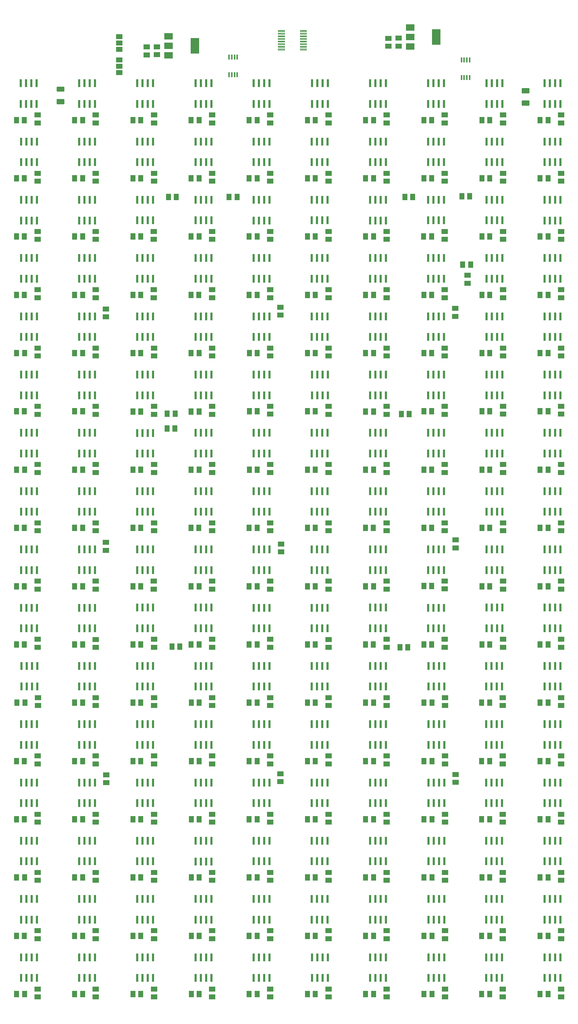
<source format=gbp>
G75*
%MOIN*%
%OFA0B0*%
%FSLAX25Y25*%
%IPPOS*%
%LPD*%
%AMOC8*
5,1,8,0,0,1.08239X$1,22.5*
%
%ADD10R,0.02100X0.07800*%
%ADD11R,0.05118X0.06299*%
%ADD12R,0.05906X0.05118*%
%ADD13R,0.01811X0.04921*%
%ADD14C,0.00404*%
%ADD15R,0.06300X0.04600*%
%ADD16R,0.05118X0.05906*%
%ADD17R,0.07900X0.05900*%
%ADD18R,0.07900X0.15000*%
%ADD19C,0.01181*%
D10*
X0043765Y0086685D03*
X0048765Y0086685D03*
X0053765Y0086685D03*
X0058765Y0086685D03*
X0058765Y0106185D03*
X0053765Y0106185D03*
X0048765Y0106185D03*
X0043765Y0106185D03*
X0043745Y0141820D03*
X0048745Y0141820D03*
X0053745Y0141820D03*
X0058745Y0141820D03*
X0058745Y0161320D03*
X0053745Y0161320D03*
X0048745Y0161320D03*
X0043745Y0161320D03*
X0043750Y0196920D03*
X0048750Y0196920D03*
X0053750Y0196920D03*
X0058750Y0196920D03*
X0058750Y0216420D03*
X0053750Y0216420D03*
X0048750Y0216420D03*
X0043750Y0216420D03*
X0043745Y0252025D03*
X0048745Y0252025D03*
X0053745Y0252025D03*
X0058745Y0252025D03*
X0058745Y0271525D03*
X0053745Y0271525D03*
X0048745Y0271525D03*
X0043745Y0271525D03*
X0043745Y0307145D03*
X0048745Y0307145D03*
X0053745Y0307145D03*
X0058745Y0307145D03*
X0058745Y0326645D03*
X0053745Y0326645D03*
X0048745Y0326645D03*
X0043745Y0326645D03*
X0044100Y0362250D03*
X0049100Y0362250D03*
X0054100Y0362250D03*
X0059100Y0362250D03*
X0059100Y0381750D03*
X0054100Y0381750D03*
X0049100Y0381750D03*
X0044100Y0381750D03*
X0043745Y0417370D03*
X0048745Y0417370D03*
X0053745Y0417370D03*
X0058745Y0417370D03*
X0058745Y0436870D03*
X0053745Y0436870D03*
X0048745Y0436870D03*
X0043745Y0436870D03*
X0043745Y0472485D03*
X0048745Y0472485D03*
X0053745Y0472485D03*
X0058745Y0472485D03*
X0058745Y0491985D03*
X0053745Y0491985D03*
X0048745Y0491985D03*
X0043745Y0491985D03*
X0043740Y0527600D03*
X0048740Y0527600D03*
X0053740Y0527600D03*
X0058740Y0527600D03*
X0058740Y0547100D03*
X0053740Y0547100D03*
X0048740Y0547100D03*
X0043740Y0547100D03*
X0043750Y0582730D03*
X0048750Y0582730D03*
X0053750Y0582730D03*
X0058750Y0582730D03*
X0058750Y0602230D03*
X0053750Y0602230D03*
X0048750Y0602230D03*
X0043750Y0602230D03*
X0043745Y0637845D03*
X0048745Y0637845D03*
X0053745Y0637845D03*
X0058745Y0637845D03*
X0058745Y0657345D03*
X0053745Y0657345D03*
X0048745Y0657345D03*
X0043745Y0657345D03*
X0043760Y0692965D03*
X0048760Y0692965D03*
X0053760Y0692965D03*
X0058760Y0692965D03*
X0058760Y0712465D03*
X0053760Y0712465D03*
X0048760Y0712465D03*
X0043760Y0712465D03*
X0043745Y0748075D03*
X0048745Y0748075D03*
X0053745Y0748075D03*
X0058745Y0748075D03*
X0058745Y0767575D03*
X0053745Y0767575D03*
X0048745Y0767575D03*
X0043745Y0767575D03*
X0043745Y0803185D03*
X0048745Y0803185D03*
X0053745Y0803185D03*
X0058745Y0803185D03*
X0058745Y0822685D03*
X0053745Y0822685D03*
X0048745Y0822685D03*
X0043745Y0822685D03*
X0043695Y0858245D03*
X0048695Y0858245D03*
X0053695Y0858245D03*
X0058695Y0858245D03*
X0058695Y0877745D03*
X0053695Y0877745D03*
X0048695Y0877745D03*
X0043695Y0877745D03*
X0043665Y0913425D03*
X0048665Y0913425D03*
X0053665Y0913425D03*
X0058665Y0913425D03*
X0058665Y0932925D03*
X0053665Y0932925D03*
X0048665Y0932925D03*
X0043665Y0932925D03*
X0098835Y0932930D03*
X0103835Y0932930D03*
X0108835Y0932930D03*
X0113835Y0932930D03*
X0113835Y0913430D03*
X0108835Y0913430D03*
X0103835Y0913430D03*
X0098835Y0913430D03*
X0098860Y0877825D03*
X0103860Y0877825D03*
X0108860Y0877825D03*
X0113860Y0877825D03*
X0113860Y0858325D03*
X0108860Y0858325D03*
X0103860Y0858325D03*
X0098860Y0858325D03*
X0098890Y0822705D03*
X0103890Y0822705D03*
X0108890Y0822705D03*
X0113890Y0822705D03*
X0113890Y0803205D03*
X0108890Y0803205D03*
X0103890Y0803205D03*
X0098890Y0803205D03*
X0098835Y0767615D03*
X0103835Y0767615D03*
X0108835Y0767615D03*
X0113835Y0767615D03*
X0113835Y0748115D03*
X0108835Y0748115D03*
X0103835Y0748115D03*
X0098835Y0748115D03*
X0098865Y0712460D03*
X0103865Y0712460D03*
X0108865Y0712460D03*
X0113865Y0712460D03*
X0113865Y0692960D03*
X0108865Y0692960D03*
X0103865Y0692960D03*
X0098865Y0692960D03*
X0098860Y0657345D03*
X0103860Y0657345D03*
X0108860Y0657345D03*
X0113860Y0657345D03*
X0113860Y0637845D03*
X0108860Y0637845D03*
X0103860Y0637845D03*
X0098860Y0637845D03*
X0098850Y0602210D03*
X0103850Y0602210D03*
X0108850Y0602210D03*
X0113850Y0602210D03*
X0113850Y0582710D03*
X0108850Y0582710D03*
X0103850Y0582710D03*
X0098850Y0582710D03*
X0098870Y0547105D03*
X0103870Y0547105D03*
X0108870Y0547105D03*
X0113870Y0547105D03*
X0113870Y0527605D03*
X0108870Y0527605D03*
X0103870Y0527605D03*
X0098870Y0527605D03*
X0098825Y0491975D03*
X0103825Y0491975D03*
X0108825Y0491975D03*
X0113825Y0491975D03*
X0113825Y0472475D03*
X0108825Y0472475D03*
X0103825Y0472475D03*
X0098825Y0472475D03*
X0098860Y0436865D03*
X0103860Y0436865D03*
X0108860Y0436865D03*
X0113860Y0436865D03*
X0113860Y0417365D03*
X0108860Y0417365D03*
X0103860Y0417365D03*
X0098860Y0417365D03*
X0098865Y0381765D03*
X0103865Y0381765D03*
X0108865Y0381765D03*
X0113865Y0381765D03*
X0113865Y0362265D03*
X0108865Y0362265D03*
X0103865Y0362265D03*
X0098865Y0362265D03*
X0098865Y0326640D03*
X0103865Y0326640D03*
X0108865Y0326640D03*
X0113865Y0326640D03*
X0113865Y0307140D03*
X0108865Y0307140D03*
X0103865Y0307140D03*
X0098865Y0307140D03*
X0098895Y0271525D03*
X0103895Y0271525D03*
X0108895Y0271525D03*
X0113895Y0271525D03*
X0113895Y0252025D03*
X0108895Y0252025D03*
X0103895Y0252025D03*
X0098895Y0252025D03*
X0098895Y0216420D03*
X0103895Y0216420D03*
X0108895Y0216420D03*
X0113895Y0216420D03*
X0113895Y0196920D03*
X0108895Y0196920D03*
X0103895Y0196920D03*
X0098895Y0196920D03*
X0098865Y0161240D03*
X0103865Y0161240D03*
X0108865Y0161240D03*
X0113865Y0161240D03*
X0113865Y0141740D03*
X0108865Y0141740D03*
X0103865Y0141740D03*
X0098865Y0141740D03*
X0098875Y0106145D03*
X0103875Y0106145D03*
X0108875Y0106145D03*
X0113875Y0106145D03*
X0113875Y0086645D03*
X0108875Y0086645D03*
X0103875Y0086645D03*
X0098875Y0086645D03*
X0154005Y0086690D03*
X0159005Y0086690D03*
X0164005Y0086690D03*
X0169005Y0086690D03*
X0169005Y0106190D03*
X0164005Y0106190D03*
X0159005Y0106190D03*
X0154005Y0106190D03*
X0153995Y0141810D03*
X0158995Y0141810D03*
X0163995Y0141810D03*
X0168995Y0141810D03*
X0168995Y0161310D03*
X0163995Y0161310D03*
X0158995Y0161310D03*
X0153995Y0161310D03*
X0153990Y0196960D03*
X0158990Y0196960D03*
X0163990Y0196960D03*
X0168990Y0196960D03*
X0168990Y0216460D03*
X0163990Y0216460D03*
X0158990Y0216460D03*
X0153990Y0216460D03*
X0153980Y0252030D03*
X0158980Y0252030D03*
X0163980Y0252030D03*
X0168980Y0252030D03*
X0168980Y0271530D03*
X0163980Y0271530D03*
X0158980Y0271530D03*
X0153980Y0271530D03*
X0153980Y0307140D03*
X0158980Y0307140D03*
X0163980Y0307140D03*
X0168980Y0307140D03*
X0168980Y0326640D03*
X0163980Y0326640D03*
X0158980Y0326640D03*
X0153980Y0326640D03*
X0153985Y0362270D03*
X0158985Y0362270D03*
X0163985Y0362270D03*
X0168985Y0362270D03*
X0168985Y0381770D03*
X0163985Y0381770D03*
X0158985Y0381770D03*
X0153985Y0381770D03*
X0153980Y0417380D03*
X0158980Y0417380D03*
X0163980Y0417380D03*
X0168980Y0417380D03*
X0168980Y0436880D03*
X0163980Y0436880D03*
X0158980Y0436880D03*
X0153980Y0436880D03*
X0153945Y0472475D03*
X0158945Y0472475D03*
X0163945Y0472475D03*
X0168945Y0472475D03*
X0168945Y0491975D03*
X0163945Y0491975D03*
X0158945Y0491975D03*
X0153945Y0491975D03*
X0153975Y0527615D03*
X0158975Y0527615D03*
X0163975Y0527615D03*
X0168975Y0527615D03*
X0168975Y0547115D03*
X0163975Y0547115D03*
X0158975Y0547115D03*
X0153975Y0547115D03*
X0153990Y0582705D03*
X0158990Y0582705D03*
X0163990Y0582705D03*
X0168990Y0582705D03*
X0168990Y0602205D03*
X0163990Y0602205D03*
X0158990Y0602205D03*
X0153990Y0602205D03*
X0153990Y0637825D03*
X0158990Y0637825D03*
X0163990Y0637825D03*
X0168990Y0637825D03*
X0168990Y0657325D03*
X0163990Y0657325D03*
X0158990Y0657325D03*
X0153990Y0657325D03*
X0153975Y0692960D03*
X0158975Y0692960D03*
X0163975Y0692960D03*
X0168975Y0692960D03*
X0168975Y0712460D03*
X0163975Y0712460D03*
X0158975Y0712460D03*
X0153975Y0712460D03*
X0153960Y0748055D03*
X0158960Y0748055D03*
X0163960Y0748055D03*
X0168960Y0748055D03*
X0168960Y0767555D03*
X0163960Y0767555D03*
X0158960Y0767555D03*
X0153960Y0767555D03*
X0153965Y0803210D03*
X0158965Y0803210D03*
X0163965Y0803210D03*
X0168965Y0803210D03*
X0168965Y0822710D03*
X0163965Y0822710D03*
X0158965Y0822710D03*
X0153965Y0822710D03*
X0153980Y0858310D03*
X0158980Y0858310D03*
X0163980Y0858310D03*
X0168980Y0858310D03*
X0168980Y0877810D03*
X0163980Y0877810D03*
X0158980Y0877810D03*
X0153980Y0877810D03*
X0153990Y0913445D03*
X0158990Y0913445D03*
X0163990Y0913445D03*
X0168990Y0913445D03*
X0168990Y0932945D03*
X0163990Y0932945D03*
X0158990Y0932945D03*
X0153990Y0932945D03*
X0209095Y0932955D03*
X0214095Y0932955D03*
X0219095Y0932955D03*
X0224095Y0932955D03*
X0224095Y0913455D03*
X0219095Y0913455D03*
X0214095Y0913455D03*
X0209095Y0913455D03*
X0209110Y0877815D03*
X0214110Y0877815D03*
X0219110Y0877815D03*
X0224110Y0877815D03*
X0224110Y0858315D03*
X0219110Y0858315D03*
X0214110Y0858315D03*
X0209110Y0858315D03*
X0209105Y0822715D03*
X0214105Y0822715D03*
X0219105Y0822715D03*
X0224105Y0822715D03*
X0224105Y0803215D03*
X0219105Y0803215D03*
X0214105Y0803215D03*
X0209105Y0803215D03*
X0209080Y0767580D03*
X0214080Y0767580D03*
X0219080Y0767580D03*
X0224080Y0767580D03*
X0224080Y0748080D03*
X0219080Y0748080D03*
X0214080Y0748080D03*
X0209080Y0748080D03*
X0209105Y0712470D03*
X0214105Y0712470D03*
X0219105Y0712470D03*
X0224105Y0712470D03*
X0224105Y0692970D03*
X0219105Y0692970D03*
X0214105Y0692970D03*
X0209105Y0692970D03*
X0209100Y0657330D03*
X0214100Y0657330D03*
X0219100Y0657330D03*
X0224100Y0657330D03*
X0224100Y0637830D03*
X0219100Y0637830D03*
X0214100Y0637830D03*
X0209100Y0637830D03*
X0209105Y0602235D03*
X0214105Y0602235D03*
X0219105Y0602235D03*
X0224105Y0602235D03*
X0224105Y0582735D03*
X0219105Y0582735D03*
X0214105Y0582735D03*
X0209105Y0582735D03*
X0209070Y0547080D03*
X0214070Y0547080D03*
X0219070Y0547080D03*
X0224070Y0547080D03*
X0224070Y0527580D03*
X0219070Y0527580D03*
X0214070Y0527580D03*
X0209070Y0527580D03*
X0209105Y0491990D03*
X0214105Y0491990D03*
X0219105Y0491990D03*
X0224105Y0491990D03*
X0224105Y0472490D03*
X0219105Y0472490D03*
X0214105Y0472490D03*
X0209105Y0472490D03*
X0209085Y0436880D03*
X0214085Y0436880D03*
X0219085Y0436880D03*
X0224085Y0436880D03*
X0224085Y0417380D03*
X0219085Y0417380D03*
X0214085Y0417380D03*
X0209085Y0417380D03*
X0209255Y0381750D03*
X0214255Y0381750D03*
X0219255Y0381750D03*
X0224255Y0381750D03*
X0224255Y0362250D03*
X0219255Y0362250D03*
X0214255Y0362250D03*
X0209255Y0362250D03*
X0209255Y0326645D03*
X0214255Y0326645D03*
X0219255Y0326645D03*
X0224255Y0326645D03*
X0224255Y0307145D03*
X0219255Y0307145D03*
X0214255Y0307145D03*
X0209255Y0307145D03*
X0209250Y0271530D03*
X0214250Y0271530D03*
X0219250Y0271530D03*
X0224250Y0271530D03*
X0224250Y0252030D03*
X0219250Y0252030D03*
X0214250Y0252030D03*
X0209250Y0252030D03*
X0209255Y0216370D03*
X0214255Y0216370D03*
X0219255Y0216370D03*
X0224255Y0216370D03*
X0224255Y0196870D03*
X0219255Y0196870D03*
X0214255Y0196870D03*
X0209255Y0196870D03*
X0209280Y0161250D03*
X0214280Y0161250D03*
X0219280Y0161250D03*
X0224280Y0161250D03*
X0224280Y0141750D03*
X0219280Y0141750D03*
X0214280Y0141750D03*
X0209280Y0141750D03*
X0209250Y0106150D03*
X0214250Y0106150D03*
X0219250Y0106150D03*
X0224250Y0106150D03*
X0224250Y0086650D03*
X0219250Y0086650D03*
X0214250Y0086650D03*
X0209250Y0086650D03*
X0264120Y0086660D03*
X0269120Y0086660D03*
X0274120Y0086660D03*
X0279120Y0086660D03*
X0279120Y0106160D03*
X0274120Y0106160D03*
X0269120Y0106160D03*
X0264120Y0106160D03*
X0264110Y0141830D03*
X0269110Y0141830D03*
X0274110Y0141830D03*
X0279110Y0141830D03*
X0279110Y0161330D03*
X0274110Y0161330D03*
X0269110Y0161330D03*
X0264110Y0161330D03*
X0264105Y0196905D03*
X0269105Y0196905D03*
X0274105Y0196905D03*
X0279105Y0196905D03*
X0279105Y0216405D03*
X0274105Y0216405D03*
X0269105Y0216405D03*
X0264105Y0216405D03*
X0264110Y0252030D03*
X0269110Y0252030D03*
X0274110Y0252030D03*
X0279110Y0252030D03*
X0279110Y0271530D03*
X0274110Y0271530D03*
X0269110Y0271530D03*
X0264110Y0271530D03*
X0264100Y0307145D03*
X0269100Y0307145D03*
X0274100Y0307145D03*
X0279100Y0307145D03*
X0279100Y0326645D03*
X0274100Y0326645D03*
X0269100Y0326645D03*
X0264100Y0326645D03*
X0264110Y0362275D03*
X0269110Y0362275D03*
X0274110Y0362275D03*
X0279110Y0362275D03*
X0279110Y0381775D03*
X0274110Y0381775D03*
X0269110Y0381775D03*
X0264110Y0381775D03*
X0264205Y0417375D03*
X0269205Y0417375D03*
X0274205Y0417375D03*
X0279205Y0417375D03*
X0279205Y0436875D03*
X0274205Y0436875D03*
X0269205Y0436875D03*
X0264205Y0436875D03*
X0264205Y0472490D03*
X0269205Y0472490D03*
X0274205Y0472490D03*
X0279205Y0472490D03*
X0279205Y0491990D03*
X0274205Y0491990D03*
X0269205Y0491990D03*
X0264205Y0491990D03*
X0264215Y0527605D03*
X0269215Y0527605D03*
X0274215Y0527605D03*
X0279215Y0527605D03*
X0279215Y0547105D03*
X0274215Y0547105D03*
X0269215Y0547105D03*
X0264215Y0547105D03*
X0264245Y0582720D03*
X0269245Y0582720D03*
X0274245Y0582720D03*
X0279245Y0582720D03*
X0279245Y0602220D03*
X0274245Y0602220D03*
X0269245Y0602220D03*
X0264245Y0602220D03*
X0264235Y0637850D03*
X0269235Y0637850D03*
X0274235Y0637850D03*
X0279235Y0637850D03*
X0279235Y0657350D03*
X0274235Y0657350D03*
X0269235Y0657350D03*
X0264235Y0657350D03*
X0264250Y0692955D03*
X0269250Y0692955D03*
X0274250Y0692955D03*
X0279250Y0692955D03*
X0279250Y0712455D03*
X0274250Y0712455D03*
X0269250Y0712455D03*
X0264250Y0712455D03*
X0264225Y0748085D03*
X0269225Y0748085D03*
X0274225Y0748085D03*
X0279225Y0748085D03*
X0279225Y0767585D03*
X0274225Y0767585D03*
X0269225Y0767585D03*
X0264225Y0767585D03*
X0264220Y0803205D03*
X0269220Y0803205D03*
X0274220Y0803205D03*
X0279220Y0803205D03*
X0279220Y0822705D03*
X0274220Y0822705D03*
X0269220Y0822705D03*
X0264220Y0822705D03*
X0264205Y0858310D03*
X0269205Y0858310D03*
X0274205Y0858310D03*
X0279205Y0858310D03*
X0279205Y0877810D03*
X0274205Y0877810D03*
X0269205Y0877810D03*
X0264205Y0877810D03*
X0264215Y0913445D03*
X0269215Y0913445D03*
X0274215Y0913445D03*
X0279215Y0913445D03*
X0279215Y0932945D03*
X0274215Y0932945D03*
X0269215Y0932945D03*
X0264215Y0932945D03*
X0319365Y0932910D03*
X0324365Y0932910D03*
X0329365Y0932910D03*
X0334365Y0932910D03*
X0334365Y0913410D03*
X0329365Y0913410D03*
X0324365Y0913410D03*
X0319365Y0913410D03*
X0319305Y0877830D03*
X0324305Y0877830D03*
X0329305Y0877830D03*
X0334305Y0877830D03*
X0334305Y0858330D03*
X0329305Y0858330D03*
X0324305Y0858330D03*
X0319305Y0858330D03*
X0319310Y0822710D03*
X0324310Y0822710D03*
X0329310Y0822710D03*
X0334310Y0822710D03*
X0334310Y0803210D03*
X0329310Y0803210D03*
X0324310Y0803210D03*
X0319310Y0803210D03*
X0319340Y0767590D03*
X0324340Y0767590D03*
X0329340Y0767590D03*
X0334340Y0767590D03*
X0334340Y0748090D03*
X0329340Y0748090D03*
X0324340Y0748090D03*
X0319340Y0748090D03*
X0319345Y0712465D03*
X0324345Y0712465D03*
X0329345Y0712465D03*
X0334345Y0712465D03*
X0334345Y0692965D03*
X0329345Y0692965D03*
X0324345Y0692965D03*
X0319345Y0692965D03*
X0319375Y0657345D03*
X0324375Y0657345D03*
X0329375Y0657345D03*
X0334375Y0657345D03*
X0334375Y0637845D03*
X0329375Y0637845D03*
X0324375Y0637845D03*
X0319375Y0637845D03*
X0319335Y0602235D03*
X0324335Y0602235D03*
X0329335Y0602235D03*
X0334335Y0602235D03*
X0334335Y0582735D03*
X0329335Y0582735D03*
X0324335Y0582735D03*
X0319335Y0582735D03*
X0319335Y0547105D03*
X0324335Y0547105D03*
X0329335Y0547105D03*
X0334335Y0547105D03*
X0334335Y0527605D03*
X0329335Y0527605D03*
X0324335Y0527605D03*
X0319335Y0527605D03*
X0319335Y0491995D03*
X0324335Y0491995D03*
X0329335Y0491995D03*
X0334335Y0491995D03*
X0334335Y0472495D03*
X0329335Y0472495D03*
X0324335Y0472495D03*
X0319335Y0472495D03*
X0319325Y0436855D03*
X0324325Y0436855D03*
X0329325Y0436855D03*
X0334325Y0436855D03*
X0334325Y0417355D03*
X0329325Y0417355D03*
X0324325Y0417355D03*
X0319325Y0417355D03*
X0319345Y0381770D03*
X0324345Y0381770D03*
X0329345Y0381770D03*
X0334345Y0381770D03*
X0334345Y0362270D03*
X0329345Y0362270D03*
X0324345Y0362270D03*
X0319345Y0362270D03*
X0319345Y0326645D03*
X0324345Y0326645D03*
X0329345Y0326645D03*
X0334345Y0326645D03*
X0334345Y0307145D03*
X0329345Y0307145D03*
X0324345Y0307145D03*
X0319345Y0307145D03*
X0319340Y0271530D03*
X0324340Y0271530D03*
X0329340Y0271530D03*
X0334340Y0271530D03*
X0334340Y0252030D03*
X0329340Y0252030D03*
X0324340Y0252030D03*
X0319340Y0252030D03*
X0319345Y0216390D03*
X0324345Y0216390D03*
X0329345Y0216390D03*
X0334345Y0216390D03*
X0334345Y0196890D03*
X0329345Y0196890D03*
X0324345Y0196890D03*
X0319345Y0196890D03*
X0319330Y0161290D03*
X0324330Y0161290D03*
X0329330Y0161290D03*
X0334330Y0161290D03*
X0334330Y0141790D03*
X0329330Y0141790D03*
X0324330Y0141790D03*
X0319330Y0141790D03*
X0319360Y0106160D03*
X0324360Y0106160D03*
X0329360Y0106160D03*
X0334360Y0106160D03*
X0334360Y0086660D03*
X0329360Y0086660D03*
X0324360Y0086660D03*
X0319360Y0086660D03*
X0374475Y0086660D03*
X0379475Y0086660D03*
X0384475Y0086660D03*
X0389475Y0086660D03*
X0389475Y0106160D03*
X0384475Y0106160D03*
X0379475Y0106160D03*
X0374475Y0106160D03*
X0374450Y0141770D03*
X0379450Y0141770D03*
X0384450Y0141770D03*
X0389450Y0141770D03*
X0389450Y0161270D03*
X0384450Y0161270D03*
X0379450Y0161270D03*
X0374450Y0161270D03*
X0374455Y0196910D03*
X0379455Y0196910D03*
X0384455Y0196910D03*
X0389455Y0196910D03*
X0389455Y0216410D03*
X0384455Y0216410D03*
X0379455Y0216410D03*
X0374455Y0216410D03*
X0374465Y0252030D03*
X0379465Y0252030D03*
X0384465Y0252030D03*
X0389465Y0252030D03*
X0389465Y0271530D03*
X0384465Y0271530D03*
X0379465Y0271530D03*
X0374465Y0271530D03*
X0374450Y0307145D03*
X0379450Y0307145D03*
X0384450Y0307145D03*
X0389450Y0307145D03*
X0389450Y0326645D03*
X0384450Y0326645D03*
X0379450Y0326645D03*
X0374450Y0326645D03*
X0374450Y0362265D03*
X0379450Y0362265D03*
X0384450Y0362265D03*
X0389450Y0362265D03*
X0389450Y0381765D03*
X0384450Y0381765D03*
X0379450Y0381765D03*
X0374450Y0381765D03*
X0374390Y0417385D03*
X0379390Y0417385D03*
X0384390Y0417385D03*
X0389390Y0417385D03*
X0389390Y0436885D03*
X0384390Y0436885D03*
X0379390Y0436885D03*
X0374390Y0436885D03*
X0374490Y0472500D03*
X0379490Y0472500D03*
X0384490Y0472500D03*
X0389490Y0472500D03*
X0389490Y0492000D03*
X0384490Y0492000D03*
X0379490Y0492000D03*
X0374490Y0492000D03*
X0374410Y0527595D03*
X0379410Y0527595D03*
X0384410Y0527595D03*
X0389410Y0527595D03*
X0389410Y0547095D03*
X0384410Y0547095D03*
X0379410Y0547095D03*
X0374410Y0547095D03*
X0374455Y0582730D03*
X0379455Y0582730D03*
X0384455Y0582730D03*
X0389455Y0582730D03*
X0389455Y0602230D03*
X0384455Y0602230D03*
X0379455Y0602230D03*
X0374455Y0602230D03*
X0374465Y0637840D03*
X0379465Y0637840D03*
X0384465Y0637840D03*
X0389465Y0637840D03*
X0389465Y0657340D03*
X0384465Y0657340D03*
X0379465Y0657340D03*
X0374465Y0657340D03*
X0374465Y0692970D03*
X0379465Y0692970D03*
X0384465Y0692970D03*
X0389465Y0692970D03*
X0389465Y0712470D03*
X0384465Y0712470D03*
X0379465Y0712470D03*
X0374465Y0712470D03*
X0374445Y0748095D03*
X0379445Y0748095D03*
X0384445Y0748095D03*
X0389445Y0748095D03*
X0389445Y0767595D03*
X0384445Y0767595D03*
X0379445Y0767595D03*
X0374445Y0767595D03*
X0374455Y0803195D03*
X0379455Y0803195D03*
X0384455Y0803195D03*
X0389455Y0803195D03*
X0389455Y0822695D03*
X0384455Y0822695D03*
X0379455Y0822695D03*
X0374455Y0822695D03*
X0374485Y0858325D03*
X0379485Y0858325D03*
X0384485Y0858325D03*
X0389485Y0858325D03*
X0389485Y0877825D03*
X0384485Y0877825D03*
X0379485Y0877825D03*
X0374485Y0877825D03*
X0374460Y0913440D03*
X0379460Y0913440D03*
X0384460Y0913440D03*
X0389460Y0913440D03*
X0389460Y0932940D03*
X0384460Y0932940D03*
X0379460Y0932940D03*
X0374460Y0932940D03*
X0429580Y0932920D03*
X0434580Y0932920D03*
X0439580Y0932920D03*
X0444580Y0932920D03*
X0444580Y0913420D03*
X0439580Y0913420D03*
X0434580Y0913420D03*
X0429580Y0913420D03*
X0429600Y0877820D03*
X0434600Y0877820D03*
X0439600Y0877820D03*
X0444600Y0877820D03*
X0444600Y0858320D03*
X0439600Y0858320D03*
X0434600Y0858320D03*
X0429600Y0858320D03*
X0429540Y0822715D03*
X0434540Y0822715D03*
X0439540Y0822715D03*
X0444540Y0822715D03*
X0444540Y0803215D03*
X0439540Y0803215D03*
X0434540Y0803215D03*
X0429540Y0803215D03*
X0429575Y0767600D03*
X0434575Y0767600D03*
X0439575Y0767600D03*
X0444575Y0767600D03*
X0444575Y0748100D03*
X0439575Y0748100D03*
X0434575Y0748100D03*
X0429575Y0748100D03*
X0429615Y0712460D03*
X0434615Y0712460D03*
X0439615Y0712460D03*
X0444615Y0712460D03*
X0444615Y0692960D03*
X0439615Y0692960D03*
X0434615Y0692960D03*
X0429615Y0692960D03*
X0429605Y0657345D03*
X0434605Y0657345D03*
X0439605Y0657345D03*
X0444605Y0657345D03*
X0444605Y0637845D03*
X0439605Y0637845D03*
X0434605Y0637845D03*
X0429605Y0637845D03*
X0429580Y0602235D03*
X0434580Y0602235D03*
X0439580Y0602235D03*
X0444580Y0602235D03*
X0444580Y0582735D03*
X0439580Y0582735D03*
X0434580Y0582735D03*
X0429580Y0582735D03*
X0429575Y0547100D03*
X0434575Y0547100D03*
X0439575Y0547100D03*
X0444575Y0547100D03*
X0444575Y0527600D03*
X0439575Y0527600D03*
X0434575Y0527600D03*
X0429575Y0527600D03*
X0429570Y0492020D03*
X0434570Y0492020D03*
X0439570Y0492020D03*
X0444570Y0492020D03*
X0444570Y0472520D03*
X0439570Y0472520D03*
X0434570Y0472520D03*
X0429570Y0472520D03*
X0429605Y0436870D03*
X0434605Y0436870D03*
X0439605Y0436870D03*
X0444605Y0436870D03*
X0444605Y0417370D03*
X0439605Y0417370D03*
X0434605Y0417370D03*
X0429605Y0417370D03*
X0429785Y0381765D03*
X0434785Y0381765D03*
X0439785Y0381765D03*
X0444785Y0381765D03*
X0444785Y0362265D03*
X0439785Y0362265D03*
X0434785Y0362265D03*
X0429785Y0362265D03*
X0429780Y0326650D03*
X0434780Y0326650D03*
X0439780Y0326650D03*
X0444780Y0326650D03*
X0444780Y0307150D03*
X0439780Y0307150D03*
X0434780Y0307150D03*
X0429780Y0307150D03*
X0429775Y0271530D03*
X0434775Y0271530D03*
X0439775Y0271530D03*
X0444775Y0271530D03*
X0444775Y0252030D03*
X0439775Y0252030D03*
X0434775Y0252030D03*
X0429775Y0252030D03*
X0429795Y0216410D03*
X0434795Y0216410D03*
X0439795Y0216410D03*
X0444795Y0216410D03*
X0444795Y0196910D03*
X0439795Y0196910D03*
X0434795Y0196910D03*
X0429795Y0196910D03*
X0429760Y0161305D03*
X0434760Y0161305D03*
X0439760Y0161305D03*
X0444760Y0161305D03*
X0444760Y0141805D03*
X0439760Y0141805D03*
X0434760Y0141805D03*
X0429760Y0141805D03*
X0429780Y0106185D03*
X0434780Y0106185D03*
X0439780Y0106185D03*
X0444780Y0106185D03*
X0444780Y0086685D03*
X0439780Y0086685D03*
X0434780Y0086685D03*
X0429780Y0086685D03*
X0484530Y0086640D03*
X0489530Y0086640D03*
X0494530Y0086640D03*
X0499530Y0086640D03*
X0499530Y0106140D03*
X0494530Y0106140D03*
X0489530Y0106140D03*
X0484530Y0106140D03*
X0484555Y0141800D03*
X0489555Y0141800D03*
X0494555Y0141800D03*
X0499555Y0141800D03*
X0499555Y0161300D03*
X0494555Y0161300D03*
X0489555Y0161300D03*
X0484555Y0161300D03*
X0484565Y0196900D03*
X0489565Y0196900D03*
X0494565Y0196900D03*
X0499565Y0196900D03*
X0499565Y0216400D03*
X0494565Y0216400D03*
X0489565Y0216400D03*
X0484565Y0216400D03*
X0484530Y0252030D03*
X0489530Y0252030D03*
X0494530Y0252030D03*
X0499530Y0252030D03*
X0499530Y0271530D03*
X0494530Y0271530D03*
X0489530Y0271530D03*
X0484530Y0271530D03*
X0484550Y0307140D03*
X0489550Y0307140D03*
X0494550Y0307140D03*
X0499550Y0307140D03*
X0499550Y0326640D03*
X0494550Y0326640D03*
X0489550Y0326640D03*
X0484550Y0326640D03*
X0484555Y0362270D03*
X0489555Y0362270D03*
X0494555Y0362270D03*
X0499555Y0362270D03*
X0499555Y0381770D03*
X0494555Y0381770D03*
X0489555Y0381770D03*
X0484555Y0381770D03*
X0484690Y0417380D03*
X0489690Y0417380D03*
X0494690Y0417380D03*
X0499690Y0417380D03*
X0499690Y0436880D03*
X0494690Y0436880D03*
X0489690Y0436880D03*
X0484690Y0436880D03*
X0484700Y0472475D03*
X0489700Y0472475D03*
X0494700Y0472475D03*
X0499700Y0472475D03*
X0499700Y0491975D03*
X0494700Y0491975D03*
X0489700Y0491975D03*
X0484700Y0491975D03*
X0484685Y0527605D03*
X0489685Y0527605D03*
X0494685Y0527605D03*
X0499685Y0527605D03*
X0499685Y0547105D03*
X0494685Y0547105D03*
X0489685Y0547105D03*
X0484685Y0547105D03*
X0484710Y0582735D03*
X0489710Y0582735D03*
X0494710Y0582735D03*
X0499710Y0582735D03*
X0499710Y0602235D03*
X0494710Y0602235D03*
X0489710Y0602235D03*
X0484710Y0602235D03*
X0484695Y0637855D03*
X0489695Y0637855D03*
X0494695Y0637855D03*
X0499695Y0637855D03*
X0499695Y0657355D03*
X0494695Y0657355D03*
X0489695Y0657355D03*
X0484695Y0657355D03*
X0484705Y0692970D03*
X0489705Y0692970D03*
X0494705Y0692970D03*
X0499705Y0692970D03*
X0499705Y0712470D03*
X0494705Y0712470D03*
X0489705Y0712470D03*
X0484705Y0712470D03*
X0484695Y0748085D03*
X0489695Y0748085D03*
X0494695Y0748085D03*
X0499695Y0748085D03*
X0499695Y0767585D03*
X0494695Y0767585D03*
X0489695Y0767585D03*
X0484695Y0767585D03*
X0484695Y0803210D03*
X0489695Y0803210D03*
X0494695Y0803210D03*
X0499695Y0803210D03*
X0499695Y0822710D03*
X0494695Y0822710D03*
X0489695Y0822710D03*
X0484695Y0822710D03*
X0484690Y0858330D03*
X0489690Y0858330D03*
X0494690Y0858330D03*
X0499690Y0858330D03*
X0499690Y0877830D03*
X0494690Y0877830D03*
X0489690Y0877830D03*
X0484690Y0877830D03*
X0484695Y0913425D03*
X0489695Y0913425D03*
X0494695Y0913425D03*
X0499695Y0913425D03*
X0499695Y0932925D03*
X0494695Y0932925D03*
X0489695Y0932925D03*
X0484695Y0932925D03*
X0539800Y0932930D03*
X0544800Y0932930D03*
X0549800Y0932930D03*
X0554800Y0932930D03*
X0554800Y0913430D03*
X0549800Y0913430D03*
X0544800Y0913430D03*
X0539800Y0913430D03*
X0539805Y0877840D03*
X0544805Y0877840D03*
X0549805Y0877840D03*
X0554805Y0877840D03*
X0554805Y0858340D03*
X0549805Y0858340D03*
X0544805Y0858340D03*
X0539805Y0858340D03*
X0539815Y0822690D03*
X0544815Y0822690D03*
X0549815Y0822690D03*
X0554815Y0822690D03*
X0554815Y0803190D03*
X0549815Y0803190D03*
X0544815Y0803190D03*
X0539815Y0803190D03*
X0539795Y0767580D03*
X0544795Y0767580D03*
X0549795Y0767580D03*
X0554795Y0767580D03*
X0554795Y0748080D03*
X0549795Y0748080D03*
X0544795Y0748080D03*
X0539795Y0748080D03*
X0539815Y0712465D03*
X0544815Y0712465D03*
X0549815Y0712465D03*
X0554815Y0712465D03*
X0554815Y0692965D03*
X0549815Y0692965D03*
X0544815Y0692965D03*
X0539815Y0692965D03*
X0539800Y0657350D03*
X0544800Y0657350D03*
X0549800Y0657350D03*
X0554800Y0657350D03*
X0554800Y0637850D03*
X0549800Y0637850D03*
X0544800Y0637850D03*
X0539800Y0637850D03*
X0539820Y0602250D03*
X0544820Y0602250D03*
X0549820Y0602250D03*
X0554820Y0602250D03*
X0554820Y0582750D03*
X0549820Y0582750D03*
X0544820Y0582750D03*
X0539820Y0582750D03*
X0539795Y0547120D03*
X0544795Y0547120D03*
X0549795Y0547120D03*
X0554795Y0547120D03*
X0554795Y0527620D03*
X0549795Y0527620D03*
X0544795Y0527620D03*
X0539795Y0527620D03*
X0539810Y0492000D03*
X0544810Y0492000D03*
X0549810Y0492000D03*
X0554810Y0492000D03*
X0554810Y0472500D03*
X0549810Y0472500D03*
X0544810Y0472500D03*
X0539810Y0472500D03*
X0539810Y0436885D03*
X0544810Y0436885D03*
X0549810Y0436885D03*
X0554810Y0436885D03*
X0554810Y0417385D03*
X0549810Y0417385D03*
X0544810Y0417385D03*
X0539810Y0417385D03*
X0539840Y0381765D03*
X0544840Y0381765D03*
X0549840Y0381765D03*
X0554840Y0381765D03*
X0554840Y0362265D03*
X0549840Y0362265D03*
X0544840Y0362265D03*
X0539840Y0362265D03*
X0539835Y0326645D03*
X0544835Y0326645D03*
X0549835Y0326645D03*
X0554835Y0326645D03*
X0554835Y0307145D03*
X0549835Y0307145D03*
X0544835Y0307145D03*
X0539835Y0307145D03*
X0539840Y0271530D03*
X0544840Y0271530D03*
X0549840Y0271530D03*
X0554840Y0271530D03*
X0554840Y0252030D03*
X0549840Y0252030D03*
X0544840Y0252030D03*
X0539840Y0252030D03*
X0539865Y0216395D03*
X0544865Y0216395D03*
X0549865Y0216395D03*
X0554865Y0216395D03*
X0554865Y0196895D03*
X0549865Y0196895D03*
X0544865Y0196895D03*
X0539865Y0196895D03*
X0539845Y0161300D03*
X0544845Y0161300D03*
X0549845Y0161300D03*
X0554845Y0161300D03*
X0554845Y0141800D03*
X0549845Y0141800D03*
X0544845Y0141800D03*
X0539845Y0141800D03*
X0539815Y0106170D03*
X0544815Y0106170D03*
X0549815Y0106170D03*
X0554815Y0106170D03*
X0554815Y0086670D03*
X0549815Y0086670D03*
X0544815Y0086670D03*
X0539815Y0086670D03*
D11*
X0039550Y0071385D03*
X0047030Y0071385D03*
X0047010Y0126520D03*
X0039530Y0126520D03*
X0039535Y0181620D03*
X0047015Y0181620D03*
X0047010Y0236725D03*
X0039530Y0236725D03*
X0039530Y0291845D03*
X0047010Y0291845D03*
X0047365Y0346950D03*
X0039885Y0346950D03*
X0039530Y0402070D03*
X0047010Y0402070D03*
X0047010Y0457185D03*
X0039530Y0457185D03*
X0039525Y0512300D03*
X0047005Y0512300D03*
X0047015Y0567430D03*
X0039535Y0567430D03*
X0039530Y0622545D03*
X0047010Y0622545D03*
X0047025Y0677665D03*
X0039545Y0677665D03*
X0039530Y0732775D03*
X0047010Y0732775D03*
X0047010Y0787885D03*
X0039530Y0787885D03*
X0039480Y0842945D03*
X0046960Y0842945D03*
X0046930Y0898125D03*
X0039450Y0898125D03*
X0094620Y0898130D03*
X0102100Y0898130D03*
X0102125Y0843025D03*
X0094645Y0843025D03*
X0094675Y0787905D03*
X0102155Y0787905D03*
X0102100Y0732815D03*
X0094620Y0732815D03*
X0094650Y0677660D03*
X0102130Y0677660D03*
X0102125Y0622545D03*
X0094645Y0622545D03*
X0094635Y0567410D03*
X0102115Y0567410D03*
X0102135Y0512305D03*
X0094655Y0512305D03*
X0094610Y0457175D03*
X0102090Y0457175D03*
X0102125Y0402065D03*
X0094645Y0402065D03*
X0094650Y0346965D03*
X0102130Y0346965D03*
X0102130Y0291840D03*
X0094650Y0291840D03*
X0094680Y0236725D03*
X0102160Y0236725D03*
X0102160Y0181620D03*
X0094680Y0181620D03*
X0094650Y0126440D03*
X0102130Y0126440D03*
X0102140Y0071345D03*
X0094660Y0071345D03*
X0149790Y0071390D03*
X0157270Y0071390D03*
X0157260Y0126510D03*
X0149780Y0126510D03*
X0149775Y0181660D03*
X0157255Y0181660D03*
X0157245Y0236730D03*
X0149765Y0236730D03*
X0149765Y0291840D03*
X0157245Y0291840D03*
X0157250Y0346970D03*
X0149770Y0346970D03*
X0149765Y0402080D03*
X0157245Y0402080D03*
X0157210Y0457175D03*
X0149730Y0457175D03*
X0149760Y0512315D03*
X0157240Y0512315D03*
X0157255Y0567405D03*
X0149775Y0567405D03*
X0149775Y0622525D03*
X0157255Y0622525D03*
X0157240Y0677660D03*
X0149760Y0677660D03*
X0149745Y0732755D03*
X0157225Y0732755D03*
X0157230Y0787910D03*
X0149750Y0787910D03*
X0149765Y0843010D03*
X0157245Y0843010D03*
X0157255Y0898145D03*
X0149775Y0898145D03*
X0204880Y0898155D03*
X0212360Y0898155D03*
X0212375Y0843015D03*
X0204895Y0843015D03*
X0204890Y0787915D03*
X0212370Y0787915D03*
X0212345Y0732780D03*
X0204865Y0732780D03*
X0204890Y0677670D03*
X0212370Y0677670D03*
X0212365Y0622530D03*
X0204885Y0622530D03*
X0204890Y0567435D03*
X0212370Y0567435D03*
X0212335Y0512280D03*
X0204855Y0512280D03*
X0204890Y0457190D03*
X0212370Y0457190D03*
X0212350Y0402080D03*
X0204870Y0402080D03*
X0205040Y0346950D03*
X0212520Y0346950D03*
X0212520Y0291845D03*
X0205040Y0291845D03*
X0205035Y0236730D03*
X0212515Y0236730D03*
X0212520Y0181570D03*
X0205040Y0181570D03*
X0205065Y0126450D03*
X0212545Y0126450D03*
X0212515Y0071350D03*
X0205035Y0071350D03*
X0259905Y0071360D03*
X0267385Y0071360D03*
X0267375Y0126530D03*
X0259895Y0126530D03*
X0259890Y0181605D03*
X0267370Y0181605D03*
X0267375Y0236730D03*
X0259895Y0236730D03*
X0259885Y0291845D03*
X0267365Y0291845D03*
X0267375Y0346975D03*
X0259895Y0346975D03*
X0259990Y0402075D03*
X0267470Y0402075D03*
X0267470Y0457190D03*
X0259990Y0457190D03*
X0260000Y0512305D03*
X0267480Y0512305D03*
X0267510Y0567420D03*
X0260030Y0567420D03*
X0260020Y0622550D03*
X0267500Y0622550D03*
X0267515Y0677655D03*
X0260035Y0677655D03*
X0260010Y0732785D03*
X0267490Y0732785D03*
X0267485Y0787905D03*
X0260005Y0787905D03*
X0259990Y0843010D03*
X0267470Y0843010D03*
X0267480Y0898145D03*
X0260000Y0898145D03*
X0315150Y0898110D03*
X0322630Y0898110D03*
X0322570Y0843030D03*
X0315090Y0843030D03*
X0315095Y0787910D03*
X0322575Y0787910D03*
X0322605Y0732790D03*
X0315125Y0732790D03*
X0315130Y0677665D03*
X0322610Y0677665D03*
X0322640Y0622545D03*
X0315160Y0622545D03*
X0315120Y0567435D03*
X0322600Y0567435D03*
X0322600Y0512305D03*
X0315120Y0512305D03*
X0315120Y0457195D03*
X0322600Y0457195D03*
X0322590Y0402055D03*
X0315110Y0402055D03*
X0315130Y0346970D03*
X0322610Y0346970D03*
X0322610Y0291845D03*
X0315130Y0291845D03*
X0315125Y0236730D03*
X0322605Y0236730D03*
X0322610Y0181590D03*
X0315130Y0181590D03*
X0315115Y0126490D03*
X0322595Y0126490D03*
X0322625Y0071360D03*
X0315145Y0071360D03*
X0370260Y0071360D03*
X0377740Y0071360D03*
X0377715Y0126470D03*
X0370235Y0126470D03*
X0370240Y0181610D03*
X0377720Y0181610D03*
X0377730Y0236730D03*
X0370250Y0236730D03*
X0370235Y0291845D03*
X0377715Y0291845D03*
X0377715Y0346965D03*
X0370235Y0346965D03*
X0370175Y0402085D03*
X0377655Y0402085D03*
X0377755Y0457200D03*
X0370275Y0457200D03*
X0370195Y0512295D03*
X0377675Y0512295D03*
X0377720Y0567430D03*
X0370240Y0567430D03*
X0370250Y0622540D03*
X0377730Y0622540D03*
X0377730Y0677670D03*
X0370250Y0677670D03*
X0370230Y0732795D03*
X0377710Y0732795D03*
X0377720Y0787895D03*
X0370240Y0787895D03*
X0370270Y0843025D03*
X0377750Y0843025D03*
X0377725Y0898140D03*
X0370245Y0898140D03*
X0425365Y0898120D03*
X0432845Y0898120D03*
X0432865Y0843020D03*
X0425385Y0843020D03*
X0425325Y0787915D03*
X0432805Y0787915D03*
X0432840Y0732800D03*
X0425360Y0732800D03*
X0425400Y0677660D03*
X0432880Y0677660D03*
X0432870Y0622545D03*
X0425390Y0622545D03*
X0425365Y0567435D03*
X0432845Y0567435D03*
X0432840Y0512300D03*
X0425360Y0512300D03*
X0425355Y0457220D03*
X0432835Y0457220D03*
X0432870Y0402070D03*
X0425390Y0402070D03*
X0425570Y0346965D03*
X0433050Y0346965D03*
X0433045Y0291850D03*
X0425565Y0291850D03*
X0425560Y0236730D03*
X0433040Y0236730D03*
X0433060Y0181610D03*
X0425580Y0181610D03*
X0425545Y0126505D03*
X0433025Y0126505D03*
X0433045Y0071385D03*
X0425565Y0071385D03*
X0480315Y0071340D03*
X0487795Y0071340D03*
X0487820Y0126500D03*
X0480340Y0126500D03*
X0480350Y0181600D03*
X0487830Y0181600D03*
X0487795Y0236730D03*
X0480315Y0236730D03*
X0480335Y0291840D03*
X0487815Y0291840D03*
X0487820Y0346970D03*
X0480340Y0346970D03*
X0480475Y0402080D03*
X0487955Y0402080D03*
X0487965Y0457175D03*
X0480485Y0457175D03*
X0480470Y0512305D03*
X0487950Y0512305D03*
X0487975Y0567435D03*
X0480495Y0567435D03*
X0480480Y0622555D03*
X0487960Y0622555D03*
X0487970Y0677670D03*
X0480490Y0677670D03*
X0480480Y0732785D03*
X0487960Y0732785D03*
X0487960Y0787910D03*
X0480480Y0787910D03*
X0480475Y0843030D03*
X0487955Y0843030D03*
X0487960Y0898125D03*
X0480480Y0898125D03*
X0535585Y0898130D03*
X0543065Y0898130D03*
X0543070Y0843040D03*
X0535590Y0843040D03*
X0535600Y0787890D03*
X0543080Y0787890D03*
X0543060Y0732780D03*
X0535580Y0732780D03*
X0535600Y0677665D03*
X0543080Y0677665D03*
X0543065Y0622550D03*
X0535585Y0622550D03*
X0535605Y0567450D03*
X0543085Y0567450D03*
X0543060Y0512320D03*
X0535580Y0512320D03*
X0535595Y0457200D03*
X0543075Y0457200D03*
X0543075Y0402085D03*
X0535595Y0402085D03*
X0535625Y0346965D03*
X0543105Y0346965D03*
X0543100Y0291845D03*
X0535620Y0291845D03*
X0535625Y0236730D03*
X0543105Y0236730D03*
X0543130Y0181595D03*
X0535650Y0181595D03*
X0535630Y0126500D03*
X0543110Y0126500D03*
X0543080Y0071370D03*
X0535600Y0071370D03*
D12*
X0555525Y0068700D03*
X0555525Y0076180D03*
X0555555Y0123830D03*
X0555555Y0131310D03*
X0555575Y0178925D03*
X0555575Y0186405D03*
X0555550Y0234060D03*
X0555550Y0241540D03*
X0555545Y0289175D03*
X0555545Y0296655D03*
X0555550Y0344295D03*
X0555550Y0351775D03*
X0555520Y0399415D03*
X0555520Y0406895D03*
X0555520Y0454530D03*
X0555520Y0462010D03*
X0555505Y0509650D03*
X0555505Y0517130D03*
X0555530Y0564780D03*
X0555530Y0572260D03*
X0555510Y0619880D03*
X0555510Y0627360D03*
X0555525Y0674995D03*
X0555525Y0682475D03*
X0555505Y0730110D03*
X0555505Y0737590D03*
X0555525Y0785220D03*
X0555525Y0792700D03*
X0555515Y0840370D03*
X0555515Y0847850D03*
X0555510Y0895460D03*
X0555510Y0902940D03*
X0500405Y0902935D03*
X0500405Y0895455D03*
X0500400Y0847840D03*
X0500400Y0840360D03*
X0500405Y0792720D03*
X0500405Y0785240D03*
X0500405Y0737595D03*
X0500405Y0730115D03*
X0466940Y0743845D03*
X0466940Y0751325D03*
X0445285Y0737610D03*
X0445285Y0730130D03*
X0455135Y0720000D03*
X0455135Y0712520D03*
X0445325Y0682470D03*
X0445325Y0674990D03*
X0445315Y0627355D03*
X0445315Y0619875D03*
X0445290Y0572245D03*
X0445290Y0564765D03*
X0445285Y0517110D03*
X0445285Y0509630D03*
X0455410Y0500895D03*
X0455410Y0493415D03*
X0445280Y0462030D03*
X0445280Y0454550D03*
X0445315Y0406880D03*
X0445315Y0399400D03*
X0445495Y0351775D03*
X0445495Y0344295D03*
X0445490Y0296660D03*
X0445490Y0289180D03*
X0455375Y0279155D03*
X0455375Y0271675D03*
X0445485Y0241540D03*
X0445485Y0234060D03*
X0445505Y0186420D03*
X0445505Y0178940D03*
X0445470Y0131315D03*
X0445470Y0123835D03*
X0445490Y0076195D03*
X0445490Y0068715D03*
X0500240Y0068670D03*
X0500240Y0076150D03*
X0500265Y0123830D03*
X0500265Y0131310D03*
X0500275Y0178930D03*
X0500275Y0186410D03*
X0500240Y0234060D03*
X0500240Y0241540D03*
X0500260Y0289170D03*
X0500260Y0296650D03*
X0500265Y0344300D03*
X0500265Y0351780D03*
X0500400Y0399410D03*
X0500400Y0406890D03*
X0500410Y0454505D03*
X0500410Y0461985D03*
X0500395Y0509635D03*
X0500395Y0517115D03*
X0500420Y0564765D03*
X0500420Y0572245D03*
X0500405Y0619885D03*
X0500405Y0627365D03*
X0500415Y0675000D03*
X0500415Y0682480D03*
X0445250Y0785245D03*
X0445250Y0792725D03*
X0445310Y0840350D03*
X0445310Y0847830D03*
X0445290Y0895450D03*
X0445290Y0902930D03*
X0401400Y0968065D03*
X0401400Y0975545D03*
X0391810Y0975470D03*
X0391810Y0967990D03*
X0390170Y0902950D03*
X0390170Y0895470D03*
X0390195Y0847835D03*
X0390195Y0840355D03*
X0390165Y0792705D03*
X0390165Y0785225D03*
X0390155Y0737605D03*
X0390155Y0730125D03*
X0390175Y0682480D03*
X0390175Y0675000D03*
X0390175Y0627350D03*
X0390175Y0619870D03*
X0390165Y0572240D03*
X0390165Y0564760D03*
X0390120Y0517105D03*
X0390120Y0509625D03*
X0390200Y0462010D03*
X0390200Y0454530D03*
X0390100Y0406895D03*
X0390100Y0399415D03*
X0390160Y0351775D03*
X0390160Y0344295D03*
X0390160Y0296655D03*
X0390160Y0289175D03*
X0390175Y0241540D03*
X0390175Y0234060D03*
X0390165Y0186420D03*
X0390165Y0178940D03*
X0390160Y0131280D03*
X0390160Y0123800D03*
X0390185Y0076170D03*
X0390185Y0068690D03*
X0335070Y0068690D03*
X0335070Y0076170D03*
X0335040Y0123820D03*
X0335040Y0131300D03*
X0335055Y0178920D03*
X0335055Y0186400D03*
X0335050Y0234060D03*
X0335050Y0241540D03*
X0335055Y0289175D03*
X0335055Y0296655D03*
X0335055Y0344300D03*
X0335055Y0351780D03*
X0335035Y0399385D03*
X0335035Y0406865D03*
X0335045Y0454525D03*
X0335045Y0462005D03*
X0335045Y0509635D03*
X0335045Y0517115D03*
X0335045Y0564765D03*
X0335045Y0572245D03*
X0335085Y0619875D03*
X0335085Y0627355D03*
X0335055Y0674995D03*
X0335055Y0682475D03*
X0335050Y0730120D03*
X0335050Y0737600D03*
X0335020Y0785240D03*
X0335020Y0792720D03*
X0335015Y0840360D03*
X0335015Y0847840D03*
X0335075Y0895440D03*
X0335075Y0902920D03*
X0279925Y0902955D03*
X0279925Y0895475D03*
X0279915Y0847820D03*
X0279915Y0840340D03*
X0279930Y0792715D03*
X0279930Y0785235D03*
X0279935Y0737595D03*
X0279935Y0730115D03*
X0289465Y0721175D03*
X0289465Y0713695D03*
X0279960Y0682465D03*
X0279960Y0674985D03*
X0279945Y0627360D03*
X0279945Y0619880D03*
X0279955Y0572230D03*
X0279955Y0564750D03*
X0279925Y0517115D03*
X0279925Y0509635D03*
X0290105Y0497150D03*
X0290105Y0489670D03*
X0279915Y0462000D03*
X0279915Y0454520D03*
X0279915Y0406885D03*
X0279915Y0399405D03*
X0279820Y0351785D03*
X0279820Y0344305D03*
X0279810Y0296655D03*
X0279810Y0289175D03*
X0289670Y0279790D03*
X0289670Y0272310D03*
X0279820Y0241540D03*
X0279820Y0234060D03*
X0279815Y0186415D03*
X0279815Y0178935D03*
X0279820Y0131340D03*
X0279820Y0123860D03*
X0279830Y0076170D03*
X0279830Y0068690D03*
X0224960Y0068680D03*
X0224960Y0076160D03*
X0224990Y0123780D03*
X0224990Y0131260D03*
X0224965Y0178900D03*
X0224965Y0186380D03*
X0224960Y0234060D03*
X0224960Y0241540D03*
X0224965Y0289175D03*
X0224965Y0296655D03*
X0224965Y0344280D03*
X0224965Y0351760D03*
X0224795Y0399410D03*
X0224795Y0406890D03*
X0224815Y0454520D03*
X0224815Y0462000D03*
X0224780Y0509610D03*
X0224780Y0517090D03*
X0224815Y0564765D03*
X0224815Y0572245D03*
X0224810Y0619860D03*
X0224810Y0627340D03*
X0224815Y0675000D03*
X0224815Y0682480D03*
X0224790Y0730110D03*
X0224790Y0737590D03*
X0224815Y0785245D03*
X0224815Y0792725D03*
X0224820Y0840345D03*
X0224820Y0847825D03*
X0224805Y0895485D03*
X0224805Y0902965D03*
X0172420Y0959995D03*
X0172420Y0967475D03*
X0162790Y0967310D03*
X0162790Y0959830D03*
X0169700Y0902955D03*
X0169700Y0895475D03*
X0169690Y0847820D03*
X0169690Y0840340D03*
X0169675Y0792720D03*
X0169675Y0785240D03*
X0169670Y0737565D03*
X0169670Y0730085D03*
X0169685Y0682470D03*
X0169685Y0674990D03*
X0169700Y0627335D03*
X0169700Y0619855D03*
X0169700Y0572215D03*
X0169700Y0564735D03*
X0169685Y0517125D03*
X0169685Y0509645D03*
X0169655Y0461985D03*
X0169655Y0454505D03*
X0169690Y0406890D03*
X0169690Y0399410D03*
X0169695Y0351780D03*
X0169695Y0344300D03*
X0169690Y0296650D03*
X0169690Y0289170D03*
X0169690Y0241540D03*
X0169690Y0234060D03*
X0169700Y0186470D03*
X0169700Y0178990D03*
X0169705Y0131320D03*
X0169705Y0123840D03*
X0169715Y0076200D03*
X0169715Y0068720D03*
X0114585Y0068675D03*
X0114585Y0076155D03*
X0114575Y0123770D03*
X0114575Y0131250D03*
X0114605Y0178950D03*
X0114605Y0186430D03*
X0114605Y0234055D03*
X0114605Y0241535D03*
X0124550Y0271260D03*
X0124550Y0278740D03*
X0114575Y0289170D03*
X0114575Y0296650D03*
X0114575Y0344295D03*
X0114575Y0351775D03*
X0114570Y0399395D03*
X0114570Y0406875D03*
X0114535Y0454505D03*
X0114535Y0461985D03*
X0124165Y0491175D03*
X0124165Y0498655D03*
X0114580Y0509635D03*
X0114580Y0517115D03*
X0114560Y0564740D03*
X0114560Y0572220D03*
X0114570Y0619875D03*
X0114570Y0627355D03*
X0114575Y0674990D03*
X0114575Y0682470D03*
X0124185Y0711980D03*
X0124185Y0719460D03*
X0114545Y0730145D03*
X0114545Y0737625D03*
X0114600Y0785235D03*
X0114600Y0792715D03*
X0114570Y0840355D03*
X0114570Y0847835D03*
X0114545Y0895460D03*
X0114545Y0902940D03*
X0059375Y0902935D03*
X0059375Y0895455D03*
X0059405Y0847755D03*
X0059405Y0840275D03*
X0059455Y0792695D03*
X0059455Y0785215D03*
X0059455Y0737585D03*
X0059455Y0730105D03*
X0059470Y0682475D03*
X0059470Y0674995D03*
X0059455Y0627355D03*
X0059455Y0619875D03*
X0059460Y0572240D03*
X0059460Y0564760D03*
X0059450Y0517110D03*
X0059450Y0509630D03*
X0059455Y0461995D03*
X0059455Y0454515D03*
X0059455Y0406880D03*
X0059455Y0399400D03*
X0059810Y0351760D03*
X0059810Y0344280D03*
X0059455Y0296655D03*
X0059455Y0289175D03*
X0059455Y0241535D03*
X0059455Y0234055D03*
X0059460Y0186430D03*
X0059460Y0178950D03*
X0059455Y0131330D03*
X0059455Y0123850D03*
X0059475Y0076195D03*
X0059475Y0068715D03*
D13*
X0240901Y0941103D03*
X0243460Y0941103D03*
X0246020Y0941103D03*
X0248579Y0941103D03*
X0248579Y0957717D03*
X0246020Y0957717D03*
X0243460Y0957717D03*
X0240901Y0957717D03*
X0461026Y0954927D03*
X0463585Y0954927D03*
X0466145Y0954927D03*
X0468704Y0954927D03*
X0468704Y0938313D03*
X0466145Y0938313D03*
X0463585Y0938313D03*
X0461026Y0938313D03*
D14*
X0314140Y0964450D02*
X0308088Y0964450D01*
X0308088Y0965660D01*
X0314140Y0965660D01*
X0314140Y0964450D01*
X0314140Y0964853D02*
X0308088Y0964853D01*
X0308088Y0965256D02*
X0314140Y0965256D01*
X0314140Y0965659D02*
X0308088Y0965659D01*
X0308088Y0966950D02*
X0314140Y0966950D01*
X0308088Y0966950D02*
X0308088Y0968160D01*
X0314140Y0968160D01*
X0314140Y0966950D01*
X0314140Y0967353D02*
X0308088Y0967353D01*
X0308088Y0967756D02*
X0314140Y0967756D01*
X0314140Y0968159D02*
X0308088Y0968159D01*
X0308088Y0969450D02*
X0314140Y0969450D01*
X0308088Y0969450D02*
X0308088Y0970660D01*
X0314140Y0970660D01*
X0314140Y0969450D01*
X0314140Y0969853D02*
X0308088Y0969853D01*
X0308088Y0970256D02*
X0314140Y0970256D01*
X0314140Y0970659D02*
X0308088Y0970659D01*
X0308088Y0971950D02*
X0314140Y0971950D01*
X0308088Y0971950D02*
X0308088Y0973160D01*
X0314140Y0973160D01*
X0314140Y0971950D01*
X0314140Y0972353D02*
X0308088Y0972353D01*
X0308088Y0972756D02*
X0314140Y0972756D01*
X0314140Y0973159D02*
X0308088Y0973159D01*
X0308088Y0974450D02*
X0314140Y0974450D01*
X0308088Y0974450D02*
X0308088Y0975660D01*
X0314140Y0975660D01*
X0314140Y0974450D01*
X0314140Y0974853D02*
X0308088Y0974853D01*
X0308088Y0975256D02*
X0314140Y0975256D01*
X0314140Y0975659D02*
X0308088Y0975659D01*
X0308088Y0976950D02*
X0314140Y0976950D01*
X0308088Y0976950D02*
X0308088Y0978160D01*
X0314140Y0978160D01*
X0314140Y0976950D01*
X0314140Y0977353D02*
X0308088Y0977353D01*
X0308088Y0977756D02*
X0314140Y0977756D01*
X0314140Y0978159D02*
X0308088Y0978159D01*
X0308088Y0979450D02*
X0314140Y0979450D01*
X0308088Y0979450D02*
X0308088Y0980660D01*
X0314140Y0980660D01*
X0314140Y0979450D01*
X0314140Y0979853D02*
X0308088Y0979853D01*
X0308088Y0980256D02*
X0314140Y0980256D01*
X0314140Y0980659D02*
X0308088Y0980659D01*
X0308088Y0981950D02*
X0314140Y0981950D01*
X0308088Y0981950D02*
X0308088Y0983160D01*
X0314140Y0983160D01*
X0314140Y0981950D01*
X0314140Y0982353D02*
X0308088Y0982353D01*
X0308088Y0982756D02*
X0314140Y0982756D01*
X0314140Y0983159D02*
X0308088Y0983159D01*
X0293392Y0981950D02*
X0287340Y0981950D01*
X0287340Y0983160D01*
X0293392Y0983160D01*
X0293392Y0981950D01*
X0293392Y0982353D02*
X0287340Y0982353D01*
X0287340Y0982756D02*
X0293392Y0982756D01*
X0293392Y0983159D02*
X0287340Y0983159D01*
X0287340Y0979450D02*
X0293392Y0979450D01*
X0287340Y0979450D02*
X0287340Y0980660D01*
X0293392Y0980660D01*
X0293392Y0979450D01*
X0293392Y0979853D02*
X0287340Y0979853D01*
X0287340Y0980256D02*
X0293392Y0980256D01*
X0293392Y0980659D02*
X0287340Y0980659D01*
X0287340Y0976950D02*
X0293392Y0976950D01*
X0287340Y0976950D02*
X0287340Y0978160D01*
X0293392Y0978160D01*
X0293392Y0976950D01*
X0293392Y0977353D02*
X0287340Y0977353D01*
X0287340Y0977756D02*
X0293392Y0977756D01*
X0293392Y0978159D02*
X0287340Y0978159D01*
X0287340Y0974450D02*
X0293392Y0974450D01*
X0287340Y0974450D02*
X0287340Y0975660D01*
X0293392Y0975660D01*
X0293392Y0974450D01*
X0293392Y0974853D02*
X0287340Y0974853D01*
X0287340Y0975256D02*
X0293392Y0975256D01*
X0293392Y0975659D02*
X0287340Y0975659D01*
X0287340Y0971950D02*
X0293392Y0971950D01*
X0287340Y0971950D02*
X0287340Y0973160D01*
X0293392Y0973160D01*
X0293392Y0971950D01*
X0293392Y0972353D02*
X0287340Y0972353D01*
X0287340Y0972756D02*
X0293392Y0972756D01*
X0293392Y0973159D02*
X0287340Y0973159D01*
X0287340Y0969450D02*
X0293392Y0969450D01*
X0287340Y0969450D02*
X0287340Y0970660D01*
X0293392Y0970660D01*
X0293392Y0969450D01*
X0293392Y0969853D02*
X0287340Y0969853D01*
X0287340Y0970256D02*
X0293392Y0970256D01*
X0293392Y0970659D02*
X0287340Y0970659D01*
X0287340Y0966950D02*
X0293392Y0966950D01*
X0287340Y0966950D02*
X0287340Y0968160D01*
X0293392Y0968160D01*
X0293392Y0966950D01*
X0293392Y0967353D02*
X0287340Y0967353D01*
X0287340Y0967756D02*
X0293392Y0967756D01*
X0293392Y0968159D02*
X0287340Y0968159D01*
X0287340Y0964450D02*
X0293392Y0964450D01*
X0287340Y0964450D02*
X0287340Y0965660D01*
X0293392Y0965660D01*
X0293392Y0964450D01*
X0293392Y0964853D02*
X0287340Y0964853D01*
X0287340Y0965256D02*
X0293392Y0965256D01*
X0293392Y0965659D02*
X0287340Y0965659D01*
D15*
X0136720Y0964985D03*
X0136720Y0970985D03*
X0136720Y0976985D03*
X0136710Y0954965D03*
X0136710Y0948965D03*
X0136710Y0942965D03*
D16*
X0183425Y0825240D03*
X0190905Y0825240D03*
X0240915Y0825520D03*
X0248395Y0825520D03*
X0189760Y0620215D03*
X0182280Y0620215D03*
X0182115Y0606390D03*
X0189595Y0606390D03*
X0186835Y0399995D03*
X0194315Y0399995D03*
X0402750Y0399360D03*
X0410230Y0399360D03*
X0411655Y0620025D03*
X0404175Y0620025D03*
X0462225Y0761540D03*
X0469705Y0761540D03*
X0468990Y0825960D03*
X0461510Y0825960D03*
X0415010Y0825525D03*
X0407530Y0825525D03*
D17*
X0412470Y0967830D03*
X0412470Y0976830D03*
X0412470Y0985830D03*
X0183655Y0977470D03*
X0183655Y0968470D03*
X0183655Y0959470D03*
D18*
X0208455Y0968370D03*
X0437270Y0976730D03*
D19*
X0518703Y0927742D02*
X0518703Y0924198D01*
X0518703Y0927742D02*
X0524687Y0927742D01*
X0524687Y0924198D01*
X0518703Y0924198D01*
X0518703Y0925378D02*
X0524687Y0925378D01*
X0524687Y0926558D02*
X0518703Y0926558D01*
X0518703Y0927738D02*
X0524687Y0927738D01*
X0518703Y0915892D02*
X0518703Y0912348D01*
X0518703Y0915892D02*
X0524687Y0915892D01*
X0524687Y0912348D01*
X0518703Y0912348D01*
X0518703Y0913528D02*
X0524687Y0913528D01*
X0524687Y0914708D02*
X0518703Y0914708D01*
X0518703Y0915888D02*
X0524687Y0915888D01*
X0078083Y0917302D02*
X0078083Y0913758D01*
X0078083Y0917302D02*
X0084067Y0917302D01*
X0084067Y0913758D01*
X0078083Y0913758D01*
X0078083Y0914938D02*
X0084067Y0914938D01*
X0084067Y0916118D02*
X0078083Y0916118D01*
X0078083Y0917298D02*
X0084067Y0917298D01*
X0078083Y0925608D02*
X0078083Y0929152D01*
X0084067Y0929152D01*
X0084067Y0925608D01*
X0078083Y0925608D01*
X0078083Y0926788D02*
X0084067Y0926788D01*
X0084067Y0927968D02*
X0078083Y0927968D01*
X0078083Y0929148D02*
X0084067Y0929148D01*
M02*

</source>
